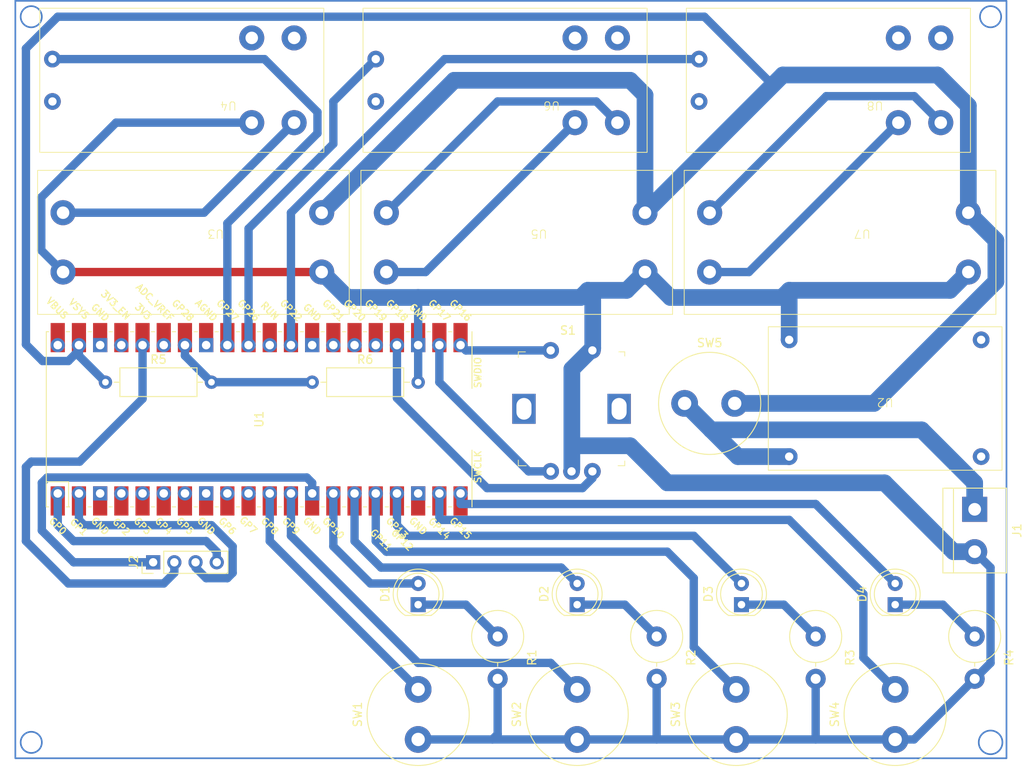
<source format=kicad_pcb>
(kicad_pcb (version 20221018) (generator pcbnew)
  (layers (0 "F.Cu" signal) (31 "B.Cu" signal) (34 "B.Paste" user) (35 "F.Paste" user) (36 "B.SilkS" user "B.Silkscreen") (37 "F.SilkS" user "F.Silkscreen") (38 "B.Mask" user) (39 "F.Mask" user) (44 "Edge.Cuts" user))
  (net 0 "")
  (net 1 "Net-(D1-K)")
  (net 2 "Net-(D2-K)")
  (net 3 "Net-(D3-K)")
  (net 4 "Net-(D4-K)")
  (net 5 "Net-(D4-A)")
  (net 6 "Net-(J1-Pin_1)")
  (net 7 "+BATT")
  (net 8 "GND")
  (net 10 "Net-(S1-CH_A)")
  (net 11 "Net-(S1-CH_B)")
  (net 12 "Net-(J2-Pin_4)")
  (net 13 "Net-(J2-Pin_3)")
  (net 14 "+3V3")
  (net 15 "Net-(U1-GPIO27_ADC1)")
  (net 25 "Net-(U1-GPIO26_ADC0)")
  (net 27 "Net-(U1-GPIO22)")
  (net 30 "Net-(U1-GPIO28_ADC2)")
  (net 36 "Net-(U3-Out+)")
  (net 40 "Net-(U5-Out-)")
  (net 41 "Net-(U5-Out+)")
  (net 45 "Net-(U7-Out-)")
  (net 46 "Net-(U7-Out+)")
  (net 51 "Net-(U1-GPIO16)")
  (net 54 "Net-(D1-A)")
  (net 55 "Net-(D2-A)")
  (net 56 "Net-(D3-A)")
  (net 57 "Net-(U1-GPIO8)")
  (net 58 "Net-(U1-GPIO12)")
  (net 59 "Net-(U1-GPIO14)")
  (net 61 "Net-(U1-GPIO9)")
  (net 62 "Net-(J2-Pin_1)")
  (footprint "MCU_RaspberryPi_and_Boards:RPi_Pico_SMD_TH" (layer "F.Cu") (at 114.3 68.58 90)
    (fp_text reference "U1" (at 0 0 90) (layer "F.SilkS"))
    (fp_text value "Pico")
    (fp_text user "GP22" (at 13.054 3.81 135) (layer "F.SilkS") (effects (font (size 0.8 0.8))))
    (fp_text user "GND" (at -12.8 6.35 135) (layer "F.SilkS") (effects (font (size 0.8 0.8))))
    (fp_text user "GP15" (at -13.054 24.13 135) (layer "F.SilkS") (effects (font (size 0.8 0.8))))
    (fp_text user "GP9" (at -12.8 3.81 135) (layer "F.SilkS") (effects (font (size 0.8 0.8))))
    (fp_text user "GP28" (at 13.054 -9.144 135) (layer "F.SilkS") (effects (font (size 0.8 0.8))))
    (fp_text user "3V3_EN" (at 13.7 -17.2 135) (layer "F.SilkS") (effects (font (size 0.8 0.8))))
    (fp_text user "VSYS" (at 13.2 -21.59 135) (layer "F.SilkS") (effects (font (size 0.8 0.8))))
    (fp_text user "GND" (at 12.8 -19.05 135) (layer "F.SilkS") (effects (font (size 0.8 0.8))))
    (fp_text user "GP14" (at -13.1 21.59 135) (layer "F.SilkS") (effects (font (size 0.8 0.8))))
    (fp_text user "GP16" (at 13.054 24.13 135) (layer "F.SilkS") (effects (font (size 0.8 0.8))))
    (fp_text user "GND" (at -12.8 19.05 135) (layer "F.SilkS") (effects (font (size 0.8 0.8))))
    (fp_text user "AGND" (at 13.054 -6.35 135) (layer "F.SilkS") (effects (font (size 0.8 0.8))))
    (fp_text user "GP7" (at -12.7 -1.3 135) (layer "F.SilkS") (effects (font (size 0.8 0.8))))
    (fp_text user "GP0" (at -12.8 -24.13 135) (layer "F.SilkS") (effects (font (size 0.8 0.8))))
    (fp_text user "SWCLK" (at -5.7 26.2 90) (layer "F.SilkS") (effects (font (size 0.8 0.8))))
    (fp_text user "GP21" (at 13.054 8.9 135) (layer "F.SilkS") (effects (font (size 0.8 0.8))))
    (fp_text user "SWDIO" (at 5.6 26.2 90) (layer "F.SilkS") (effects (font (size 0.8 0.8))))
    (fp_text user "GND" (at -12.8 -6.35 135) (layer "F.SilkS") (effects (font (size 0.8 0.8))))
    (fp_text user "GP6" (at -12.8 -3.81 135) (layer "F.SilkS") (effects (font (size 0.8 0.8))))
    (fp_text user "GP17" (at 13.054 21.59 135) (layer "F.SilkS") (effects (font (size 0.8 0.8))))
    (fp_text user "GP18" (at 13.054 16.51 135) (layer "F.SilkS") (effects (font (size 0.8 0.8))))
    (fp_text user "GP12" (at -14.47 17.145 135) (layer "F.SilkS") (effects (font (size 0.8 0.8))))
    (fp_text user "GP20" (at 13.054 11.43 135) (layer "F.SilkS") (effects (font (size 0.8 0.8))))
    (fp_text user "GP11" (at -14.47 14.605 135) (layer "F.SilkS") (effects (font (size 0.8 0.8))))
    (fp_text user "GP10" (at -13.054 8.89 135) (layer "F.SilkS") (effects (font (size 0.8 0.8))))
    (fp_text user "ADC_VREF" (at 14 -12.5 135) (layer "F.SilkS") (effects (font (size 0.8 0.8))))
    (fp_text user "GP4" (at -12.8 -11.43 135) (layer "F.SilkS") (effects (font (size 0.8 0.8))))
    (fp_text user "GP13" (at -13.054 16.51 135) (layer "F.SilkS") (effects (font (size 0.8 0.8))))
    (fp_text user "GP19" (at 13.054 13.97 135) (layer "F.SilkS") (effects (font (size 0.8 0.8))))
    (fp_text user "GP5" (at -12.8 -8.89 135) (layer "F.SilkS") (effects (font (size 0.8 0.8))))
    (fp_text user "GP2" (at -12.9 -16.51 135) (layer "F.SilkS") (effects (font (size 0.8 0.8))))
    (fp_text user "GP3" (at -12.8 -13.97 135) (layer "F.SilkS") (effects (font (size 0.8 0.8))))
    (fp_text user "GP27" (at 13.054 -3.8 135) (layer "F.SilkS") (effects (font (size 0.8 0.8))))
    (fp_text user "GND" (at 12.8 6.35 135) (layer "F.SilkS") (effects (font (size 0.8 0.8))))
    (fp_text user "VBUS" (at 13.3 -24.2 135) (layer "F.SilkS") (effects (font (size 0.8 0.8))))
    (fp_text user "GND" (at 12.8 19.05 135) (layer "F.SilkS") (effects (font (size 0.8 0.8))))
    (fp_text user "GP26" (at 13.054 -1.27 135) (layer "F.SilkS") (effects (font (size 0.8 0.8))))
    (fp_text user "GND" (at -12.8 -19.05 135) (layer "F.SilkS") (effects (font (size 0.8 0.8))))
    (fp_text user "RUN" (at 13 1.27 135) (layer "F.SilkS") (effects (font (size 0.8 0.8))))
    (fp_text user "GP1" (at -12.9 -21.6 135) (layer "F.SilkS") (effects (font (size 0.8 0.8))))
    (fp_text user "GP8" (at -12.8 1.27 135) (layer "F.SilkS") (effects (font (size 0.8 0.8))))
    (fp_text user "3V3" (at 12.9 -13.9 135) (layer "F.SilkS") (effects (font (size 0.8 0.8))))
    (pad "" np_thru_hole oval (at -2.725 -24 90) (size 1.8 1.8) (drill 1.8) (layers "*.Cu" "*.Mask"))
    (pad "" np_thru_hole oval (at -2.425 -20.97 90) (size 1.5 1.5) (drill 1.5) (layers "*.Cu" "*.Mask"))
    (pad "" np_thru_hole oval (at 2.425 -20.97 90) (size 1.5 1.5) (drill 1.5) (layers "*.Cu" "*.Mask"))
    (pad "" np_thru_hole oval (at 2.725 -24 90) (size 1.8 1.8) (drill 1.8) (layers "*.Cu" "*.Mask"))
    (pad "1" thru_hole oval (at -8.89 -24.13 90) (size 1.7 1.7) (drill 1.02) (layers "*.Cu" "*.Mask") (net 12 "Net-(J2-Pin_4)"))
    (pad "1" smd rect (at -8.89 -24.13 90) (size 3.5 1.7) (drill (offset -0.9 0)) (layers "F.Cu" "F.Mask") (net 12 "Net-(J2-Pin_4)"))
    (pad "2" thru_hole oval (at -8.89 -21.59 90) (size 1.7 1.7) (drill 1.02) (layers "*.Cu" "*.Mask") (net 13 "Net-(J2-Pin_3)"))
    (pad "2" smd rect (at -8.89 -21.59 90) (size 3.5 1.7) (drill (offset -0.9 0)) (layers "F.Cu" "F.Mask") (net 13 "Net-(J2-Pin_3)"))
    (pad "3" thru_hole rect (at -8.89 -19.05 90) (size 1.7 1.7) (drill 1.02) (layers "*.Cu" "*.Mask"))
    (pad "3" smd rect (at -8.89 -19.05 90) (size 3.5 1.7) (drill (offset -0.9 0)) (layers "F.Cu" "F.Mask"))
    (pad "4" thru_hole oval (at -8.89 -16.51 90) (size 1.7 1.7) (drill 1.02) (layers "*.Cu" "*.Mask"))
    (pad "4" smd rect (at -8.89 -16.51 90) (size 3.5 1.7) (drill (offset -0.9 0)) (layers "F.Cu" "F.Mask"))
    (pad "5" thru_hole oval (at -8.89 -13.97 90) (size 1.7 1.7) (drill 1.02) (layers "*.Cu" "*.Mask"))
    (pad "5" smd rect (at -8.89 -13.97 90) (size 3.5 1.7) (drill (offset -0.9 0)) (layers "F.Cu" "F.Mask"))
    (pad "6" thru_hole oval (at -8.89 -11.43 90) (size 1.7 1.7) (drill 1.02) (layers "*.Cu" "*.Mask"))
    (pad "6" smd rect (at -8.89 -11.43 90) (size 3.5 1.7) (drill (offset -0.9 0)) (layers "F.Cu" "F.Mask"))
    (pad "7" thru_hole oval (at -8.89 -8.89 90) (size 1.7 1.7) (drill 1.02) (layers "*.Cu" "*.Mask"))
    (pad "7" smd rect (at -8.89 -8.89 90) (size 3.5 1.7) (drill (offset -0.9 0)) (layers "F.Cu" "F.Mask"))
    (pad "8" thru_hole rect (at -8.89 -6.35 90) (size 1.7 1.7) (drill 1.02) (layers "*.Cu" "*.Mask"))
    (pad "8" smd rect (at -8.89 -6.35 90) (size 3.5 1.7) (drill (offset -0.9 0)) (layers "F.Cu" "F.Mask"))
    (pad "9" thru_hole oval (at -8.89 -3.81 90) (size 1.7 1.7) (drill 1.02) (layers "*.Cu" "*.Mask"))
    (pad "9" smd rect (at -8.89 -3.81 90) (size 3.5 1.7) (drill (offset -0.9 0)) (layers "F.Cu" "F.Mask"))
    (pad "10" thru_hole oval (at -8.89 -1.27 90) (size 1.7 1.7) (drill 1.02) (layers "*.Cu" "*.Mask"))
    (pad "10" smd rect (at -8.89 -1.27 90) (size 3.5 1.7) (drill (offset -0.9 0)) (layers "F.Cu" "F.Mask"))
    (pad "11" thru_hole oval (at -8.89 1.27 90) (size 1.7 1.7) (drill 1.02) (layers "*.Cu" "*.Mask") (net 57 "Net-(U1-GPIO8)"))
    (pad "11" smd rect (at -8.89 1.27 90) (size 3.5 1.7) (drill (offset -0.9 0)) (layers "F.Cu" "F.Mask") (net 57 "Net-(U1-GPIO8)"))
    (pad "12" thru_hole oval (at -8.89 3.81 90) (size 1.7 1.7) (drill 1.02) (layers "*.Cu" "*.Mask") (net 61 "Net-(U1-GPIO9)"))
    (pad "12" smd rect (at -8.89 3.81 90) (size 3.5 1.7) (drill (offset -0.9 0)) (layers "F.Cu" "F.Mask") (net 61 "Net-(U1-GPIO9)"))
    (pad "13" thru_hole rect (at -8.89 6.35 90) (size 1.7 1.7) (drill 1.02) (layers "*.Cu" "*.Mask") (net 62 "Net-(J2-Pin_1)"))
    (pad "13" smd rect (at -8.89 6.35 90) (size 3.5 1.7) (drill (offset -0.9 0)) (layers "F.Cu" "F.Mask") (net 62 "Net-(J2-Pin_1)"))
    (pad "14" thru_hole oval (at -8.89 8.89 90) (size 1.7 1.7) (drill 1.02) (layers "*.Cu" "*.Mask") (net 54 "Net-(D1-A)"))
    (pad "14" smd rect (at -8.89 8.89 90) (size 3.5 1.7) (drill (offset -0.9 0)) (layers "F.Cu" "F.Mask") (net 54 "Net-(D1-A)"))
    (pad "15" thru_hole oval (at -8.89 11.43 90) (size 1.7 1.7) (drill 1.02) (layers "*.Cu" "*.Mask") (net 55 "Net-(D2-A)"))
    (pad "15" smd rect (at -8.89 11.43 90) (size 3.5 1.7) (drill (offset -0.9 0)) (layers "F.Cu" "F.Mask") (net 55 "Net-(D2-A)"))
    (pad "16" thru_hole oval (at -8.89 13.97 90) (size 1.7 1.7) (drill 1.02) (layers "*.Cu" "*.Mask") (net 58 "Net-(U1-GPIO12)"))
    (pad "16" smd rect (at -8.89 13.97 90) (size 3.5 1.7) (drill (offset -0.9 0)) (layers "F.Cu" "F.Mask") (net 58 "Net-(U1-GPIO12)"))
    (pad "17" thru_hole oval (at -8.89 16.51 90) (size 1.7 1.7) (drill 1.02) (layers "*.Cu" "*.Mask") (net 56 "Net-(D3-A)"))
    (pad "17" smd rect (at -8.89 16.51 90) (size 3.5 1.7) (drill (offset -0.9 0)) (layers "F.Cu" "F.Mask") (net 56 "Net-(D3-A)"))
    (pad "18" thru_hole rect (at -8.89 19.05 90) (size 1.7 1.7) (drill 1.02) (layers "*.Cu" "*.Mask"))
    (pad "18" smd rect (at -8.89 19.05 90) (size 3.5 1.7) (drill (offset -0.9 0)) (layers "F.Cu" "F.Mask"))
    (pad "19" thru_hole oval (at -8.89 21.59 90) (size 1.7 1.7) (drill 1.02) (layers "*.Cu" "*.Mask") (net 59 "Net-(U1-GPIO14)"))
    (pad "19" smd rect (at -8.89 21.59 90) (size 3.5 1.7) (drill (offset -0.9 0)) (layers "F.Cu" "F.Mask") (net 59 "Net-(U1-GPIO14)"))
    (pad "20" thru_hole oval (at -8.89 24.13 90) (size 1.7 1.7) (drill 1.02) (layers "*.Cu" "*.Mask") (net 5 "Net-(D4-A)"))
    (pad "20" smd rect (at -8.89 24.13 90) (size 3.5 1.7) (drill (offset -0.9 0)) (layers "F.Cu" "F.Mask") (net 5 "Net-(D4-A)"))
    (pad "21" thru_hole oval (at 8.89 24.13 90) (size 1.7 1.7) (drill 1.02) (layers "*.Cu" "*.Mask") (net 51 "Net-(U1-GPIO16)"))
    (pad "21" smd rect (at 8.89 24.13 90) (size 3.5 1.7) (drill (offset 0.9 0)) (layers "F.Cu" "F.Mask") (net 51 "Net-(U1-GPIO16)"))
    (pad "22" thru_hole oval (at 8.89 21.59 90) (size 1.7 1.7) (drill 1.02) (layers "*.Cu" "*.Mask") (net 10 "Net-(S1-CH_A)"))
    (pad "22" smd rect (at 8.89 21.59 90) (size 3.5 1.7) (drill (offset 0.9 0)) (layers "F.Cu" "F.Mask") (net 10 "Net-(S1-CH_A)"))
    (pad "23" thru_hole rect (at 8.89 19.05 90) (size 1.7 1.7) (drill 1.02) (layers "*.Cu" "*.Mask") (net 8 "GND"))
    (pad "23" smd rect (at 8.89 19.05 90) (size 3.5 1.7) (drill (offset 0.9 0)) (layers "F.Cu" "F.Mask") (net 8 "GND"))
    (pad "24" thru_hole oval (at 8.89 16.51 90) (size 1.7 1.7) (drill 1.02) (layers "*.Cu" "*.Mask") (net 11 "Net-(S1-CH_B)"))
    (pad "24" smd rect (at 8.89 16.51 90) (size 3.5 1.7) (drill (offset 0.9 0)) (layers "F.Cu" "F.Mask") (net 11 "Net-(S1-CH_B)"))
    (pad "25" thru_hole oval (at 8.89 13.97 90) (size 1.7 1.7) (drill 1.02) (layers "*.Cu" "*.Mask"))
    (pad "25" smd rect (at 8.89 13.97 90) (size 3.5 1.7) (drill (offset 0.9 0)) (layers "F.Cu" "F.Mask"))
    (pad "26" thru_hole oval (at 8.89 11.43 90) (size 1.7 1.7) (drill 1.02) (layers "*.Cu" "*.Mask"))
    (pad "26" smd rect (at 8.89 11.43 90) (size 3.5 1.7) (drill (offset 0.9 0)) (layers "F.Cu" "F.Mask"))
    (pad "27" thru_hole oval (at 8.89 8.89 90) (size 1.7 1.7) (drill 1.02) (layers "*.Cu" "*.Mask"))
    (pad "27" smd rect (at 8.89 8.89 90) (size 3.5 1.7) (drill (offset 0.9 0)) (layers "F.Cu" "F.Mask"))
    (pad "28" thru_hole rect (at 8.89 6.35 90) (size 1.7 1.7) (drill 1.02) (layers "*.Cu" "*.Mask"))
    (pad "28" smd rect (at 8.89 6.35 90) (size 3.5 1.7) (drill (offset 0.9 0)) (layers "F.Cu" "F.Mask"))
    (pad "29" thru_hole oval (at 8.89 3.81 90) (size 1.7 1.7) (drill 1.02) (layers "*.Cu" "*.Mask") (net 27 "Net-(U1-GPIO22)"))
    (pad "29" smd rect (at 8.89 3.81 90) (size 3.5 1.7) (drill (offset 0.9 0)) (layers "F.Cu" "F.Mask") (net 27 "Net-(U1-GPIO22)"))
    (pad "30" thru_hole oval (at 8.89 1.27 90) (size 1.7 1.7) (drill 1.02) (layers "*.Cu" "*.Mask"))
    (pad "30" smd rect (at 8.89 1.27 90) (size 3.5 1.7) (drill (offset 0.9 0)) (layers "F.Cu" "F.Mask"))
    (pad "31" thru_hole oval (at 8.89 -1.27 90) (size 1.7 1.7) (drill 1.02) (layers "*.Cu" "*.Mask") (net 25 "Net-(U1-GPIO26_ADC0)"))
    (pad "31" smd rect (at 8.89 -1.27 90) (size 3.5 1.7) (drill (offset 0.9 0)) (layers "F.Cu" "F.Mask") (net 25 "Net-(U1-GPIO26_ADC0)"))
    (pad "32" thru_hole oval (at 8.89 -3.81 90) (size 1.7 1.7) (drill 1.02) (layers "*.Cu" "*.Mask") (net 15 "Net-(U1-GPIO27_ADC1)"))
    (pad "32" smd rect (at 8.89 -3.81 90) (size 3.5 1.7) (drill (offset 0.9 0)) (layers "F.Cu" "F.Mask") (net 15 "Net-(U1-GPIO27_ADC1)"))
    (pad "33" thru_hole rect (at 8.89 -6.35 90) (size 1.7 1.7) (drill 1.02) (layers "*.Cu" "*.Mask"))
    (pad "33" smd rect (at 8.89 -6.35 90) (size 3.5 1.7) (drill (offset 0.9 0)) (layers "F.Cu" "F.Mask"))
    (pad "34" thru_hole oval (at 8.89 -8.89 90) (size 1.7 1.7) (drill 1.02) (layers "*.Cu" "*.Mask") (net 30 "Net-(U1-GPIO28_ADC2)"))
    (pad "34" smd rect (at 8.89 -8.89 90) (size 3.5 1.7) (drill (offset 0.9 0)) (layers "F.Cu" "F.Mask") (net 30 "Net-(U1-GPIO28_ADC2)"))
    (pad "35" thru_hole oval (at 8.89 -11.43 90) (size 1.7 1.7) (drill 1.02) (layers "*.Cu" "*.Mask"))
    (pad "35" smd rect (at 8.89 -11.43 90) (size 3.5 1.7) (drill (offset 0.9 0)) (layers "F.Cu" "F.Mask"))
    (pad "36" thru_hole oval (at 8.89 -13.97 90) (size 1.7 1.7) (drill 1.02) (layers "*.Cu" "*.Mask") (net 14 "+3V3"))
    (pad "36" smd rect (at 8.89 -13.97 90) (size 3.5 1.7) (drill (offset 0.9 0)) (layers "F.Cu" "F.Mask") (net 14 "+3V3"))
    (pad "37" thru_hole oval (at 8.89 -16.51 90) (size 1.7 1.7) (drill 1.02) (layers "*.Cu" "*.Mask"))
    (pad "37" smd rect (at 8.89 -16.51 90) (size 3.5 1.7) (drill (offset 0.9 0)) (layers "F.Cu" "F.Mask"))
    (pad "38" thru_hole rect (at 8.89 -19.05 90) (size 1.7 1.7) (drill 1.02) (layers "*.Cu" "*.Mask"))
    (pad "38" smd rect (at 8.89 -19.05 90) (size 3.5 1.7) (drill (offset 0.9 0)) (layers "F.Cu" "F.Mask"))
    (pad "39" thru_hole oval (at 8.89 -21.59 90) (size 1.7 1.7) (drill 1.02) (layers "*.Cu" "*.Mask") (net 7 "+BATT"))
    (pad "39" smd rect (at 8.89 -21.59 90) (size 3.5 1.7) (drill (offset 0.9 0)) (layers "F.Cu" "F.Mask") (net 7 "+BATT"))
    (pad "40" thru_hole oval (at 8.89 -24.13 90) (size 1.7 1.7) (drill 1.02) (layers "*.Cu" "*.Mask"))
    (pad "40" smd rect (at 8.89 -24.13 90) (size 3.5 1.7) (drill (offset 0.9 0)) (layers "F.Cu" "F.Mask"))
  )
  (footprint "LED_THT:LED_D5.0mm" (layer "F.Cu") (at 172.085 90.805 90)
    (fp_text reference "D3" (at 1.27 -3.96 90) (layer "F.SilkS"))
    (fp_text value "LED3")
    (pad "1" thru_hole rect (at 0 0 90) (size 1.8 1.8) (drill 0.9) (layers "*.Cu" "*.Mask") (net 3 "Net-(D3-K)"))
    (pad "2" thru_hole circle (at 2.54 0 90) (size 1.8 1.8) (drill 0.9) (layers "*.Cu" "*.Mask") (net 56 "Net-(D3-A)"))
  )
  (footprint "Inductor_THT:L_Radial_D12.0mm_P6.00mm_MuRATA_1900R" (layer "F.Cu") (at 152.4 106.965 90)
    (fp_text reference "SW2" (at 3 -7.25 90) (layer "F.SilkS"))
    (fp_text value "BUTTON2")
    (pad "1" thru_hole circle (at 0 0 90) (size 3.2 3.2) (drill 1.6) (layers "*.Cu" "*.Mask") (net 8 "GND"))
    (pad "2" thru_hole circle (at 6 0 90) (size 3.2 3.2) (drill 1.6) (layers "*.Cu" "*.Mask") (net 61 "Net-(U1-GPIO9)"))
  )
  (footprint "Resistor_THT:R_Axial_DIN0617_L17.0mm_D6.0mm_P5.08mm_Vertical" (layer "F.Cu") (at 200.025 94.615 -90)
    (fp_text reference "R4" (at 2.54 -4.12 90) (layer "F.SilkS"))
    (fp_text value "R")
    (pad "1" thru_hole circle (at 0 0 270) (size 2.4 2.4) (drill 1.2) (layers "*.Cu" "*.Mask") (net 4 "Net-(D4-K)"))
    (pad "2" thru_hole oval (at 5.08 0 270) (size 2.4 2.4) (drill 1.2) (layers "*.Cu" "*.Mask") (net 8 "GND"))
  )
  (footprint "Connector_PinHeader_2.54mm:PinHeader_1x04_P2.54mm_Vertical" (layer "F.Cu") (at 101.6 85.725 90)
    (fp_text reference "J2" (at 0 -2.33 90) (layer "F.SilkS"))
    (fp_text value "Conn_01x04_Female")
    (pad "1" thru_hole rect (at 0 0 90) (size 1.7 1.7) (drill 1) (layers "*.Cu" "*.Mask") (net 62 "Net-(J2-Pin_1)"))
    (pad "2" thru_hole oval (at 0 2.54 90) (size 1.7 1.7) (drill 1) (layers "*.Cu" "*.Mask") (net 14 "+3V3"))
    (pad "3" thru_hole oval (at 0 5.08 90) (size 1.7 1.7) (drill 1) (layers "*.Cu" "*.Mask") (net 13 "Net-(J2-Pin_3)"))
    (pad "4" thru_hole oval (at 0 7.62 90) (size 1.7 1.7) (drill 1) (layers "*.Cu" "*.Mask") (net 12 "Net-(J2-Pin_4)"))
  )
  (footprint "Resistor_THT:R_Axial_DIN0617_L17.0mm_D6.0mm_P5.08mm_Vertical" (layer "F.Cu") (at 142.875 94.615 -90)
    (fp_text reference "R1" (at 2.54 -4.12 90) (layer "F.SilkS"))
    (fp_text value "R")
    (pad "1" thru_hole circle (at 0 0 270) (size 2.4 2.4) (drill 1.2) (layers "*.Cu" "*.Mask") (net 1 "Net-(D1-K)"))
    (pad "2" thru_hole oval (at 5.08 0 270) (size 2.4 2.4) (drill 1.2) (layers "*.Cu" "*.Mask") (net 8 "GND"))
  )
  (footprint "chinese_modules:charger" (layer "F.Cu") (at 189.3 66.055 180)
    (fp_text reference "U2" (at 0 -0.5 180 unlocked) (layer "F.SilkS") (effects (font (thickness 0.1))))
    (fp_text value "~")
    (pad "1" thru_hole circle (at -11.5 -7 180) (size 2 2) (drill 1) (layers "*.Cu" "*.Mask"))
    (pad "2" thru_hole circle (at -11.5 7 180) (size 2 2) (drill 1) (layers "*.Cu" "*.Mask"))
    (pad "3" thru_hole circle (at 11.5 -7 180) (size 2 2) (drill 1) (layers "*.Cu" "*.Mask") (net 6 "Net-(J1-Pin_1)"))
    (pad "4" thru_hole circle (at 11.5 7 180) (size 2 2) (drill 1) (layers "*.Cu" "*.Mask") (net 8 "GND"))
  )
  (footprint "digikey-footprints:Rotary_Encoder_Switched_PEC11R" (layer "F.Cu") (at 146.025 67.325)
    (fp_text reference "S1" (at 5.275 -9.4) (layer "F.SilkS"))
    (fp_text value "ENCODER")
    (pad "1" thru_hole circle (at 3.2 -7) (size 2 2) (drill 1) (layers "*.Cu" "*.Mask") (net 51 "Net-(U1-GPIO16)"))
    (pad "2" thru_hole circle (at 8.2 -7) (size 2 2) (drill 1) (layers "*.Cu" "*.Mask") (net 8 "GND"))
    (pad "3" thru_hole rect (at 0 0) (size 2.8 3.6) (drill oval 1.8 2.6) (layers "*.Cu" "*.Mask"))
    (pad "3" thru_hole rect (at 11.4 0) (size 2.8 3.6) (drill oval 1.8 2.6) (layers "*.Cu" "*.Mask"))
    (pad "A" thru_hole circle (at 3.2 7.5) (size 2 2) (drill 1) (layers "*.Cu" "*.Mask") (net 10 "Net-(S1-CH_A)"))
    (pad "B" thru_hole circle (at 8.2 7.5) (size 2 2) (drill 1) (layers "*.Cu" "*.Mask") (net 11 "Net-(S1-CH_B)"))
    (pad "C" thru_hole circle (at 5.7 7.5) (size 2 2) (drill 1) (layers "*.Cu" "*.Mask") (net 8 "GND"))
  )
  (footprint "chinese_modules:dc-dc module" (layer "F.Cu") (at 186.563 45.847 180)
    (fp_text reference "U7" (at 0 -0.5 180 unlocked) (layer "F.SilkS") (effects (font (thickness 0.1))))
    (fp_text value "~")
    (pad "1" thru_hole circle (at -12.7 -5.08 180) (size 3 3) (drill 1.5) (layers "*.Cu" "*.Mask") (net 8 "GND"))
    (pad "2" thru_hole circle (at -12.7 2.032 180) (size 3 3) (drill 1.5) (layers "*.Cu" "*.Mask") (net 7 "+BATT"))
    (pad "3" thru_hole circle (at 18.288 -5.08 180) (size 3 3) (drill 1.5) (layers "*.Cu" "*.Mask") (net 45 "Net-(U7-Out-)"))
    (pad "4" thru_hole circle (at 18.288 2.032 180) (size 3 3) (drill 1.5) (layers "*.Cu" "*.Mask") (net 46 "Net-(U7-Out+)"))
  )
  (footprint "Inductor_THT:L_Radial_D12.0mm_P6.00mm_MuRATA_1900R" (layer "F.Cu") (at 165.275 66.675)
    (fp_text reference "SW5" (at 3 -7.25) (layer "F.SilkS"))
    (fp_text value "POWER_SW")
    (pad "1" thru_hole circle (at 0 0) (size 3.2 3.2) (drill 1.6) (layers "*.Cu" "*.Mask") (net 6 "Net-(J1-Pin_1)"))
    (pad "2" thru_hole circle (at 6 0) (size 3.2 3.2) (drill 1.6) (layers "*.Cu" "*.Mask") (net 7 "+BATT"))
  )
  (footprint "chinese_modules:xy-mos" (layer "F.Cu") (at 199.517 19.304 180)
    (fp_text reference "U8" (at 11.43 -11.676 180 unlocked) (layer "F.SilkS") (effects (font (thickness 0.1))))
    (fp_text value "~")
    (pad "1" thru_hole circle (at 3.556 -13.716 180) (size 3 3) (drill 1.5) (layers "*.Cu" "*.Mask") (net 46 "Net-(U7-Out+)"))
    (pad "2" thru_hole circle (at 8.636 -13.716 180) (size 3 3) (drill 1.5) (layers "*.Cu" "*.Mask") (net 45 "Net-(U7-Out-)"))
    (pad "3" thru_hole circle (at 3.556 -3.556 180) (size 3 3) (drill 1.5) (layers "*.Cu" "*.Mask"))
    (pad "4" thru_hole circle (at 8.636 -3.556 180) (size 3 3) (drill 1.5) (layers "*.Cu" "*.Mask"))
    (pad "5" thru_hole circle (at 32.512 -11.176 180) (size 2 2) (drill 1) (layers "*.Cu" "*.Mask"))
    (pad "6" thru_hole circle (at 32.512 -6.096 180) (size 2 2) (drill 1) (layers "*.Cu" "*.Mask") (net 27 "Net-(U1-GPIO22)"))
  )
  (footprint "TerminalBlock:TerminalBlock_bornier-2_P5.08mm" (layer "F.Cu") (at 200.025 79.375 -90)
    (fp_text reference "J1" (at 2.54 -5.08 90) (layer "F.SilkS"))
    (fp_text value "BATTERY")
    (pad "1" thru_hole rect (at 0 0 270) (size 3 3) (drill 1.52) (layers "*.Cu" "*.Mask") (net 6 "Net-(J1-Pin_1)"))
    (pad "2" thru_hole circle (at 5.08 0 270) (size 3 3) (drill 1.52) (layers "*.Cu" "*.Mask") (net 8 "GND"))
  )
  (footprint "chinese_modules:xy-mos" (layer "F.Cu") (at 160.782 19.304 180)
    (fp_text reference "U6" (at 11.43 -11.676 180 unlocked) (layer "F.SilkS") (effects (font (thickness 0.1))))
    (fp_text value "~")
    (pad "1" thru_hole circle (at 3.556 -13.716 180) (size 3 3) (drill 1.5) (layers "*.Cu" "*.Mask") (net 41 "Net-(U5-Out+)"))
    (pad "2" thru_hole circle (at 8.636 -13.716 180) (size 3 3) (drill 1.5) (layers "*.Cu" "*.Mask") (net 40 "Net-(U5-Out-)"))
    (pad "3" thru_hole circle (at 3.556 -3.556 180) (size 3 3) (drill 1.5) (layers "*.Cu" "*.Mask"))
    (pad "4" thru_hole circle (at 8.636 -3.556 180) (size 3 3) (drill 1.5) (layers "*.Cu" "*.Mask"))
    (pad "5" thru_hole circle (at 32.512 -11.176 180) (size 2 2) (drill 1) (layers "*.Cu" "*.Mask"))
    (pad "6" thru_hole circle (at 32.512 -6.096 180) (size 2 2) (drill 1) (layers "*.Cu" "*.Mask") (net 25 "Net-(U1-GPIO26_ADC0)"))
  )
  (footprint "Inductor_THT:L_Radial_D12.0mm_P6.00mm_MuRATA_1900R" (layer "F.Cu") (at 133.35 106.965 90)
    (fp_text reference "SW1" (at 3 -7.25 90) (layer "F.SilkS"))
    (fp_text value "BUTTON1")
    (pad "1" thru_hole circle (at 0 0 90) (size 3.2 3.2) (drill 1.6) (layers "*.Cu" "*.Mask") (net 8 "GND"))
    (pad "2" thru_hole circle (at 6 0 90) (size 3.2 3.2) (drill 1.6) (layers "*.Cu" "*.Mask") (net 57 "Net-(U1-GPIO8)"))
  )
  (footprint "LED_THT:LED_D5.0mm" (layer "F.Cu") (at 133.35 90.805 90)
    (fp_text reference "D1" (at 1.27 -3.96 90) (layer "F.SilkS"))
    (fp_text value "LED1")
    (pad "1" thru_hole rect (at 0 0 90) (size 1.8 1.8) (drill 0.9) (layers "*.Cu" "*.Mask") (net 1 "Net-(D1-K)"))
    (pad "2" thru_hole circle (at 2.54 0 90) (size 1.8 1.8) (drill 0.9) (layers "*.Cu" "*.Mask") (net 54 "Net-(D1-A)"))
  )
  (footprint "LED_THT:LED_D5.0mm" (layer "F.Cu") (at 190.5 90.805 90)
    (fp_text reference "D4" (at 1.27 -3.96 90) (layer "F.SilkS"))
    (fp_text value "LED4")
    (pad "1" thru_hole rect (at 0 0 90) (size 1.8 1.8) (drill 0.9) (layers "*.Cu" "*.Mask") (net 4 "Net-(D4-K)"))
    (pad "2" thru_hole circle (at 2.54 0 90) (size 1.8 1.8) (drill 0.9) (layers "*.Cu" "*.Mask") (net 5 "Net-(D4-A)"))
  )
  (footprint "Resistor_THT:R_Axial_DIN0617_L17.0mm_D6.0mm_P5.08mm_Vertical" (layer "F.Cu") (at 180.975 94.615 -90)
    (fp_text reference "R3" (at 2.54 -4.12 90) (layer "F.SilkS"))
    (fp_text value "R")
    (pad "1" thru_hole circle (at 0 0 270) (size 2.4 2.4) (drill 1.2) (layers "*.Cu" "*.Mask") (net 3 "Net-(D3-K)"))
    (pad "2" thru_hole oval (at 5.08 0 270) (size 2.4 2.4) (drill 1.2) (layers "*.Cu" "*.Mask") (net 8 "GND"))
  )
  (footprint "Resistor_THT:R_Axial_DIN0309_L9.0mm_D3.2mm_P12.70mm_Horizontal" (layer "F.Cu") (at 120.65 64.135)
    (fp_text reference "R6" (at 6.35 -2.72) (layer "F.SilkS"))
    (fp_text value "R")
    (pad "1" thru_hole circle (at 0 0) (size 1.6 1.6) (drill 0.8) (layers "*.Cu" "*.Mask") (net 30 "Net-(U1-GPIO28_ADC2)"))
    (pad "2" thru_hole oval (at 12.7 0) (size 1.6 1.6) (drill 0.8) (layers "*.Cu" "*.Mask") (net 8 "GND"))
  )
  (footprint "LED_THT:LED_D5.0mm" (layer "F.Cu") (at 152.4 90.805 90)
    (fp_text reference "D2" (at 1.27 -3.96 90) (layer "F.SilkS"))
    (fp_text value "LED2")
    (pad "1" thru_hole rect (at 0 0 90) (size 1.8 1.8) (drill 0.9) (layers "*.Cu" "*.Mask") (net 2 "Net-(D2-K)"))
    (pad "2" thru_hole circle (at 2.54 0 90) (size 1.8 1.8) (drill 0.9) (layers "*.Cu" "*.Mask") (net 55 "Net-(D2-A)"))
  )
  (footprint "Inductor_THT:L_Radial_D12.0mm_P6.00mm_MuRATA_1900R" (layer "F.Cu") (at 171.45 106.965 90)
    (fp_text reference "SW3" (at 3 -7.25 90) (layer "F.SilkS"))
    (fp_text value "BUTTON3")
    (pad "1" thru_hole circle (at 0 0 90) (size 3.2 3.2) (drill 1.6) (layers "*.Cu" "*.Mask") (net 8 "GND"))
    (pad "2" thru_hole circle (at 6 0 90) (size 3.2 3.2) (drill 1.6) (layers "*.Cu" "*.Mask") (net 58 "Net-(U1-GPIO12)"))
  )
  (footprint "Resistor_THT:R_Axial_DIN0617_L17.0mm_D6.0mm_P5.08mm_Vertical" (layer "F.Cu") (at 161.925 94.615 -90)
    (fp_text reference "R2" (at 2.54 -4.12 90) (layer "F.SilkS"))
    (fp_text value "R")
    (pad "1" thru_hole circle (at 0 0 270) (size 2.4 2.4) (drill 1.2) (layers "*.Cu" "*.Mask") (net 2 "Net-(D2-K)"))
    (pad "2" thru_hole oval (at 5.08 0 270) (size 2.4 2.4) (drill 1.2) (layers "*.Cu" "*.Mask") (net 8 "GND"))
  )
  (footprint "chinese_modules:dc-dc module" (layer "F.Cu") (at 147.828 45.847 180)
    (fp_text reference "U5" (at 0 -0.5 180 unlocked) (layer "F.SilkS") (effects (font (thickness 0.1))))
    (fp_text value "~")
    (pad "1" thru_hole circle (at -12.7 -5.08 180) (size 3 3) (drill 1.5) (layers "*.Cu" "*.Mask") (net 8 "GND"))
    (pad "2" thru_hole circle (at -12.7 2.032 180) (size 3 3) (drill 1.5) (layers "*.Cu" "*.Mask") (net 7 "+BATT"))
    (pad "3" thru_hole circle (at 18.288 -5.08 180) (size 3 3) (drill 1.5) (layers "*.Cu" "*.Mask") (net 40 "Net-(U5-Out-)"))
    (pad "4" thru_hole circle (at 18.288 2.032 180) (size 3 3) (drill 1.5) (layers "*.Cu" "*.Mask") (net 41 "Net-(U5-Out+)"))
  )
  (footprint "chinese_modules:xy-mos" (layer "F.Cu") (at 122.047 19.304 180)
    (fp_text reference "U4" (at 11.43 -11.676 180 unlocked) (layer "F.SilkS") (effects (font (thickness 0.1))))
    (fp_text value "~")
    (pad "1" thru_hole circle (at 3.556 -13.716 180) (size 3 3) (drill 1.5) (layers "*.Cu" "*.Mask") (net 36 "Net-(U3-Out+)"))
    (pad "2" thru_hole circle (at 8.636 -13.716 180) (size 3 3) (drill 1.5) (layers "*.Cu" "*.Mask") (net 8 "GND"))
    (pad "3" thru_hole circle (at 3.556 -3.556 180) (size 3 3) (drill 1.5) (layers "*.Cu" "*.Mask"))
    (pad "4" thru_hole circle (at 8.636 -3.556 180) (size 3 3) (drill 1.5) (layers "*.Cu" "*.Mask"))
    (pad "5" thru_hole circle (at 32.512 -11.176 180) (size 2 2) (drill 1) (layers "*.Cu" "*.Mask"))
    (pad "6" thru_hole circle (at 32.512 -6.096 180) (size 2 2) (drill 1) (layers "*.Cu" "*.Mask") (net 15 "Net-(U1-GPIO27_ADC1)"))
  )
  (footprint "Inductor_THT:L_Radial_D12.0mm_P6.00mm_MuRATA_1900R" (layer "F.Cu") (at 190.5 106.965 90)
    (fp_text reference "SW4" (at 3 -7.25 90) (layer "F.SilkS"))
    (fp_text value "BUTTON4")
    (pad "1" thru_hole circle (at 0 0 90) (size 3.2 3.2) (drill 1.6) (layers "*.Cu" "*.Mask") (net 8 "GND"))
    (pad "2" thru_hole circle (at 6 0 90) (size 3.2 3.2) (drill 1.6) (layers "*.Cu" "*.Mask") (net 59 "Net-(U1-GPIO14)"))
  )
  (footprint "Resistor_THT:R_Axial_DIN0309_L9.0mm_D3.2mm_P12.70mm_Horizontal" (layer "F.Cu") (at 95.885 64.135)
    (fp_text reference "R5" (at 6.35 -2.72) (layer "F.SilkS"))
    (fp_text value "R")
    (pad "1" thru_hole circle (at 0 0) (size 1.6 1.6) (drill 0.8) (layers "*.Cu" "*.Mask") (net 7 "+BATT"))
    (pad "2" thru_hole oval (at 12.7 0) (size 1.6 1.6) (drill 0.8) (layers "*.Cu" "*.Mask") (net 30 "Net-(U1-GPIO28_ADC2)"))
  )
  (footprint "chinese_modules:dc-dc module" (layer "F.Cu") (at 109.093 45.847 180)
    (fp_text reference "U3" (at 0 -0.5 180 unlocked) (layer "F.SilkS") (effects (font (thickness 0.1))))
    (fp_text value "~")
    (pad "1" thru_hole circle (at -12.7 -5.08 180) (size 3 3) (drill 1.5) (layers "*.Cu" "*.Mask") (net 8 "GND"))
    (pad "2" thru_hole circle (at -12.7 2.032 180) (size 3 3) (drill 1.5) (layers "*.Cu" "*.Mask") (net 7 "+BATT"))
    (pad "3" thru_hole circle (at 18.288 -5.08 180) (size 3 3) (drill 1.5) (layers "*.Cu" "*.Mask") (net 8 "GND"))
    (pad "4" thru_hole circle (at 18.288 2.032 180) (size 3 3) (drill 1.5) (layers "*.Cu" "*.Mask") (net 36 "Net-(U3-Out+)"))
  )
  (gr_circle (center 86.995 107.315) (end 88.265 107.315) (stroke (width 0.2)) (fill none) (layer "B.Cu"))
  (gr_circle (center 201.93 20.32) (end 203.2 20.32) (stroke (width 0.2)) (fill none) (layer "B.Cu"))
  (gr_rect (start 85.09 18.415) (end 203.835 109.22) (stroke (width 0.2)) (fill none) (layer "B.Cu"))
  (gr_circle (center 201.93 107.315) (end 203.2 106.68) (stroke (width 0.2)) (fill none) (layer "B.Cu"))
  (gr_circle (center 86.995 20.32) (end 88.265 20.32) (stroke (width 0.2)) (fill none) (layer "B.Cu"))
  (segment (start 139.065 90.805) (end 142.875 94.615) (width 1) (layer "B.Cu") (net 1))
  (segment (start 133.35 90.805) (end 139.065 90.805) (width 1) (layer "B.Cu") (net 1))
  (segment (start 158.115 90.805) (end 161.925 94.615) (width 1) (layer "B.Cu") (net 2))
  (segment (start 152.4 90.805) (end 158.115 90.805) (width 1) (layer "B.Cu") (net 2))
  (segment (start 172.085 90.805) (end 177.165 90.805) (width 1) (layer "B.Cu") (net 3))
  (segment (start 177.165 90.805) (end 180.975 94.615) (width 1) (layer "B.Cu") (net 3))
  (segment (start 190.5 90.805) (end 196.215 90.805) (width 1) (layer "B.Cu") (net 4))
  (segment (start 196.215 90.805) (end 200.025 94.615) (width 1) (layer "B.Cu") (net 4))
  (segment (start 138.43 78.74) (end 138.43 77.47) (width 1) (layer "B.Cu") (net 5))
  (segment (start 190.5 88.265) (end 180.975 78.74) (width 1) (layer "B.Cu") (net 5))
  (segment (start 180.975 78.74) (end 138.43 78.74) (width 1) (layer "B.Cu") (net 5))
  (segment (start 200.025 76.2) (end 200.025 79.375) (width 2) (layer "B.Cu") (net 6))
  (segment (start 165.275 66.675) (end 168.45 69.85) (width 2) (layer "B.Cu") (net 6))
  (segment (start 168.45 69.85) (end 193.675 69.85) (width 2) (layer "B.Cu") (net 6))
  (segment (start 171.655 73.055) (end 168.45 69.85) (width 2) (layer "B.Cu") (net 6))
  (segment (start 177.8 73.055) (end 171.655 73.055) (width 2) (layer "B.Cu") (net 6))
  (segment (start 193.675 69.85) (end 200.025 76.2) (width 2) (layer "B.Cu") (net 6))
  (segment (start 199.263 30.988) (end 199.263 43.815) (width 2) (layer "B.Cu") (net 7))
  (segment (start 86.36 24.13) (end 90.17 20.32) (width 1) (layer "B.Cu") (net 7))
  (segment (start 187.96 66.675) (end 171.275 66.675) (width 2) (layer "B.Cu") (net 7))
  (segment (start 86.36 59.605688) (end 86.36 24.13) (width 1) (layer "B.Cu") (net 7))
  (segment (start 121.793 43.815) (end 137.668 27.94) (width 2) (layer "B.Cu") (net 7))
  (segment (start 88.349312 61.595) (end 86.36 59.605688) (width 1) (layer "B.Cu") (net 7))
  (segment (start 202.565 47.117) (end 202.565 52.07) (width 2) (layer "B.Cu") (net 7))
  (segment (start 160.528 29.718) (end 160.528 43.815) (width 2) (layer "B.Cu") (net 7))
  (segment (start 202.565 52.07) (end 187.96 66.675) (width 2) (layer "B.Cu") (net 7))
  (segment (start 92.71 59.69) (end 92.71 60.325) (width 1) (layer "B.Cu") (net 7))
  (segment (start 177.038 27.305) (end 195.58 27.305) (width 2) (layer "B.Cu") (net 7))
  (segment (start 195.58 27.305) (end 199.263 30.988) (width 2) (layer "B.Cu") (net 7))
  (segment (start 158.75 27.94) (end 160.528 29.718) (width 2) (layer "B.Cu") (net 7))
  (segment (start 92.71 59.69) (end 92.71 60.96) (width 1) (layer "B.Cu") (net 7))
  (segment (start 91.44 61.595) (end 88.349312 61.595) (width 1) (layer "B.Cu") (net 7))
  (segment (start 90.17 20.32) (end 167.64 20.32) (width 1) (layer "B.Cu") (net 7))
  (segment (start 199.263 43.815) (end 202.565 47.117) (width 2) (layer "B.Cu") (net 7))
  (segment (start 137.668 27.94) (end 158.75 27.94) (width 2) (layer "B.Cu") (net 7))
  (segment (start 92.71 60.96) (end 95.885 64.135) (width 1) (layer "B.Cu") (net 7))
  (segment (start 167.64 20.32) (end 175.895 28.575) (width 1) (layer "B.Cu") (net 7))
  (segment (start 160.528 43.815) (end 177.038 27.305) (width 2) (layer "B.Cu") (net 7))
  (segment (start 92.71 60.325) (end 91.44 61.595) (width 1) (layer "B.Cu") (net 7))
  (segment (start 90.805 50.927) (end 121.793 50.927) (width 1) (layer "F.Cu") (net 8))
  (segment (start 163.195 76.2) (end 189.23 76.2) (width 2) (layer "B.Cu") (net 8))
  (segment (start 142.875 106.33) (end 142.24 106.965) (width 1) (layer "B.Cu") (net 8))
  (segment (start 180.975 106.965) (end 190.5 106.965) (width 1) (layer "B.Cu") (net 8))
  (segment (start 190.5 106.965) (end 192.755 106.965) (width 1) (layer "B.Cu") (net 8))
  (segment (start 154.265 60.06) (end 151.765 62.56) (width 2) (layer "B.Cu") (net 8))
  (segment (start 133.35 64.135) (end 133.35 59.69) (width 1) (layer "B.Cu") (net 8))
  (segment (start 177.8 59.055) (end 177.8 53.121877) (width 2) (layer "B.Cu") (net 8))
  (segment (start 154.265 60.06) (end 154.265 53.716877) (width 2) (layer "B.Cu") (net 8))
  (segment (start 176.946877 53.975) (end 177.8 53.121877) (width 2) (layer "B.Cu") (net 8))
  (segment (start 142.24 106.965) (end 152.4 106.965) (width 1) (layer "B.Cu") (net 8))
  (segment (start 142.875 99.695) (end 142.875 106.33) (width 1) (layer "B.Cu") (net 8))
  (segment (start 160.528 50.927) (end 163.576 53.975) (width 2) (layer "B.Cu") (net 8))
  (segment (start 152.816877 53.975) (end 153.67 53.121877) (width 2) (layer "B.Cu") (net 8))
  (segment (start 153.67 53.121877) (end 158.333123 53.121877) (width 2) (layer "B.Cu") (net 8))
  (segment (start 180.975 99.695) (end 180.975 106.965) (width 1) (layer "B.Cu") (net 8))
  (segment (start 158.75 71.755) (end 163.195 76.2) (width 2) (layer "B.Cu") (net 8))
  (segment (start 171.45 106.965) (end 180.975 106.965) (width 1) (layer "B.Cu") (net 8))
  (segment (start 88.195 41.98) (end 97.155 33.02) (width 1) (layer "B.Cu") (net 8))
  (segment (start 133.35 106.965) (end 142.24 106.965) (width 1) (layer "B.Cu") (net 8))
  (segment (start 192.755 106.965) (end 200.025 99.695) (width 1) (layer "B.Cu") (net 8))
  (segment (start 161.925 99.695) (end 161.925 106.965) (width 1) (layer "B.Cu") (net 8))
  (segment (start 151.725 74.825) (end 151.725 72.43) (width 1) (layer "B.Cu") (net 8))
  (segment (start 90.805 50.927) (end 88.195 48.317) (width 1) (layer "B.Cu") (net 8))
  (segment (start 121.793 50.927) (end 124.841 53.975) (width 2) (layer "B.Cu") (net 8))
  (segment (start 154.265 53.716877) (end 153.67 53.121877) (width 2) (layer "B.Cu") (net 8))
  (segment (start 151.725 72.43) (end 152.4 71.755) (width 1) (layer "B.Cu") (net 8))
  (segment (start 189.23 76.2) (end 197.485 84.455) (width 2) (layer "B.Cu") (net 8))
  (segment (start 133.35 53.975) (end 152.816877 53.975) (width 2) (layer "B.Cu") (net 8))
  (segment (start 133.35 59.69) (end 133.35 53.975) (width 1) (layer "B.Cu") (net 8))
  (segment (start 197.485 84.455) (end 200.025 84.455) (width 2) (layer "B.Cu") (net 8))
  (segment (start 201.925 86.355) (end 201.925 97.795) (width 1) (layer "B.Cu") (net 8))
  (segment (start 88.195 48.317) (end 88.195 41.98) (width 1) (layer "B.Cu") (net 8))
  (segment (start 124.841 53.975) (end 133.35 53.975) (width 2) (layer "B.Cu") (net 8))
  (segment (start 161.925 106.965) (end 171.45 106.965) (width 1) (layer "B.Cu") (net 8))
  (segment (start 152.4 71.755) (end 158.75 71.755) (width 2) (layer "B.Cu") (net 8))
  (segment (start 201.925 97.795) (end 200.025 99.695) (width 1) (layer "B.Cu") (net 8))
  (segment (start 151.765 62.56) (end 151.765 74.56) (width 2) (layer "B.Cu") (net 8))
  (segment (start 152.4 106.965) (end 161.925 106.965) (width 1) (layer "B.Cu") (net 8))
  (segment (start 200.025 84.455) (end 201.925 86.355) (width 1) (layer "B.Cu") (net 8))
  (segment (start 197.068123 53.121877) (end 199.263 50.927) (width 2) (layer "B.Cu") (net 8))
  (segment (start 158.333123 53.121877) (end 160.528 50.927) (width 2) (layer "B.Cu") (net 8))
  (segment (start 177.8 53.121877) (end 197.068123 53.121877) (width 2) (layer "B.Cu") (net 8))
  (segment (start 163.576 53.975) (end 176.946877 53.975) (width 2) (layer "B.Cu") (net 8))
  (segment (start 97.155 33.02) (end 113.411 33.02) (width 1) (layer "B.Cu") (net 8))
  (segment (start 146.58 74.825) (end 149.225 74.825) (width 1) (layer "B.Cu") (net 10))
  (segment (start 135.89 64.135) (end 146.58 74.825) (width 1) (layer "B.Cu") (net 10))
  (segment (start 135.89 59.69) (end 135.89 64.135) (width 1) (layer "B.Cu") (net 10))
  (segment (start 141.605 76.835) (end 153.035 76.835) (width 1) (layer "B.Cu") (net 11))
  (segment (start 130.81 66.04) (end 141.605 76.835) (width 1) (layer "B.Cu") (net 11))
  (segment (start 130.81 59.69) (end 130.81 66.04) (width 1) (layer "B.Cu") (net 11))
  (segment (start 153.035 76.835) (end 154.225 75.645) (width 1) (layer "B.Cu") (net 11))
  (segment (start 154.225 75.645) (end 154.225 74.825) (width 1) (layer "B.Cu") (net 11))
  (segment (start 107.95 83.185) (end 109.22 84.455) (width 1) (layer "B.Cu") (net 12))
  (segment (start 109.22 84.455) (end 109.22 85.725) (width 1) (layer "B.Cu") (net 12))
  (segment (start 90.17 77.47) (end 90.17 81.28) (width 1) (layer "B.Cu") (net 12))
  (segment (start 92.075 83.185) (end 107.95 83.185) (width 1) (layer "B.Cu") (net 12))
  (segment (start 90.17 81.28) (end 92.075 83.185) (width 1) (layer "B.Cu") (net 12))
  (segment (start 111.125 83.82) (end 108.585 81.28) (width 1) (layer "B.Cu") (net 13))
  (segment (start 108.585 81.28) (end 93.345 81.28) (width 1) (layer "B.Cu") (net 13))
  (segment (start 111.125 86.995) (end 111.125 83.82) (width 1) (layer "B.Cu") (net 13))
  (segment (start 106.68 85.725) (end 106.68 86.36) (width 1) (layer "B.Cu") (net 13))
  (segment (start 106.68 86.36) (end 107.95 87.63) (width 1) (layer "B.Cu") (net 13))
  (segment (start 110.49 87.63) (end 111.125 86.995) (width 1) (layer "B.Cu") (net 13))
  (segment (start 92.71 80.645) (end 92.71 77.47) (width 1) (layer "B.Cu") (net 13))
  (segment (start 93.345 81.28) (end 92.71 80.645) (width 1) (layer "B.Cu") (net 13))
  (segment (start 107.95 87.63) (end 110.49 87.63) (width 1) (layer "B.Cu") (net 13))
  (segment (start 86.36 83.185) (end 86.36 74.295) (width 1) (layer "B.Cu") (net 14))
  (segment (start 92.79632 73.66) (end 100.33 66.12632) (width 1) (layer "B.Cu") (net 14))
  (segment (start 91.44 88.265) (end 86.36 83.185) (width 1) (layer "B.Cu") (net 14))
  (segment (start 104.14 85.725) (end 104.14 86.995) (width 1) (layer "B.Cu") (net 14))
  (segment (start 104.14 86.995) (end 102.87 88.265) (width 1) (layer "B.Cu") (net 14))
  (segment (start 100.33 66.12632) (end 100.33 59.69) (width 1) (layer "B.Cu") (net 14))
  (segment (start 102.87 88.265) (end 91.44 88.265) (width 1) (layer "B.Cu") (net 14))
  (segment (start 86.995 73.66) (end 92.79632 73.66) (width 1) (layer "B.Cu") (net 14))
  (segment (start 86.36 74.295) (end 86.995 73.66) (width 1) (layer "B.Cu") (net 14))
  (segment (start 121.285 31.75) (end 121.285 34.29) (width 1) (layer "B.Cu") (net 15))
  (segment (start 114.935 25.4) (end 121.285 31.75) (width 1) (layer "B.Cu") (net 15))
  (segment (start 121.285 34.29) (end 110.49 45.085) (width 1) (layer "B.Cu") (net 15))
  (segment (start 89.535 25.4) (end 114.935 25.4) (width 1) (layer "B.Cu") (net 15))
  (segment (start 110.49 45.085) (end 110.49 59.69) (width 1) (layer "B.Cu") (net 15))
  (segment (start 113.03 45.72) (end 123.19 35.56) (width 1) (layer "B.Cu") (net 25))
  (segment (start 123.19 35.56) (end 123.19 30.48) (width 1) (layer "B.Cu") (net 25))
  (segment (start 113.03 59.69) (end 113.03 45.72) (width 1) (layer "B.Cu") (net 25))
  (segment (start 123.19 30.48) (end 128.27 25.4) (width 1) (layer "B.Cu") (net 25))
  (segment (start 167.005 25.4) (end 136.525 25.4) (width 1) (layer "B.Cu") (net 27))
  (segment (start 118.11 43.815) (end 118.11 59.69) (width 1) (layer "B.Cu") (net 27))
  (segment (start 136.525 25.4) (end 118.11 43.815) (width 1) (layer "B.Cu") (net 27))
  (segment (start 108.585 64.135) (end 105.41 60.96) (width 1) (layer "B.Cu") (net 30))
  (segment (start 108.585 64.135) (end 120.65 64.135) (width 1) (layer "B.Cu") (net 30))
  (segment (start 105.41 60.96) (end 105.41 59.69) (width 1) (layer "B.Cu") (net 30))
  (segment (start 107.696 43.815) (end 118.491 33.02) (width 1) (layer "B.Cu") (net 36))
  (segment (start 90.805 43.815) (end 107.696 43.815) (width 1) (layer "B.Cu") (net 36))
  (segment (start 129.54 50.927) (end 134.239 50.927) (width 1) (layer "B.Cu") (net 40))
  (segment (start 134.239 50.927) (end 152.146 33.02) (width 1) (layer "B.Cu") (net 40))
  (segment (start 129.54 43.815) (end 142.875 30.48) (width 1) (layer "B.Cu") (net 41))
  (segment (start 154.686 30.48) (end 157.226 33.02) (width 1) (layer "B.Cu") (net 41))
  (segment (start 142.875 30.48) (end 154.686 30.48) (width 1) (layer "B.Cu") (net 41))
  (segment (start 172.974 50.927) (end 190.881 33.02) (width 1) (layer "B.Cu") (net 45))
  (segment (start 168.275 50.927) (end 172.974 50.927) (width 1) (layer "B.Cu") (net 45))
  (segment (start 192.786 29.845) (end 195.961 33.02) (width 1) (layer "B.Cu") (net 46))
  (segment (start 182.245 29.845) (end 192.786 29.845) (width 1) (layer "B.Cu") (net 46))
  (segment (start 168.275 43.815) (end 182.245 29.845) (width 1) (layer "B.Cu") (net 46))
  (segment (start 139.065 60.325) (end 138.43 59.69) (width 1) (layer "B.Cu") (net 51))
  (segment (start 149.225 60.325) (end 139.065 60.325) (width 1) (layer "B.Cu") (net 51))
  (segment (start 123.19 83.82) (end 123.19 77.47) (width 1) (layer "B.Cu") (net 54))
  (segment (start 127.635 88.265) (end 123.19 83.82) (width 1) (layer "B.Cu") (net 54))
  (segment (start 133.35 88.265) (end 127.635 88.265) (width 1) (layer "B.Cu") (net 54))
  (segment (start 152.4 88.265) (end 150.495 86.36) (width 1) (layer "B.Cu") (net 55))
  (segment (start 125.73 83.185) (end 125.73 77.47) (width 1) (layer "B.Cu") (net 55))
  (segment (start 150.495 86.36) (end 128.905 86.36) (width 1) (layer "B.Cu") (net 55))
  (segment (start 128.905 86.36) (end 125.73 83.185) (width 1) (layer "B.Cu") (net 55))
  (segment (start 166.37 82.55) (end 132.08 82.55) (width 1) (layer "B.Cu") (net 56))
  (segment (start 130.81 81.28) (end 130.81 77.47) (width 1) (layer "B.Cu") (net 56))
  (segment (start 172.085 88.265) (end 166.37 82.55) (width 1) (layer "B.Cu") (net 56))
  (segment (start 132.08 82.55) (end 130.81 81.28) (width 1) (layer "B.Cu") (net 56))
  (segment (start 115.57 83.185) (end 133.35 100.965) (width 1) (layer "B.Cu") (net 57))
  (segment (start 115.57 77.47) (end 115.57 83.185) (width 1) (layer "B.Cu") (net 57))
  (segment (start 128.27 83.185) (end 128.27 77.47) (width 1) (layer "B.Cu") (net 58))
  (segment (start 171.45 100.965) (end 166.37 95.885) (width 1) (layer "B.Cu") (net 58))
  (segment (start 166.37 87.63) (end 163.195 84.455) (width 1) (layer "B.Cu") (net 58))
  (segment (start 166.37 95.885) (end 166.37 87.63) (width 1) (layer "B.Cu") (net 58))
  (segment (start 163.195 84.455) (end 129.54 84.455) (width 1) (layer "B.Cu") (net 58))
  (segment (start 129.54 84.455) (end 128.27 83.185) (width 1) (layer "B.Cu") (net 58))
  (segment (start 135.89 80.645) (end 135.89 77.47) (width 1) (layer "B.Cu") (net 59))
  (segment (start 186.69 89.535) (end 177.8 80.645) (width 1) (layer "B.Cu") (net 59))
  (segment (start 186.69 97.155) (end 186.69 89.535) (width 1) (layer "B.Cu") (net 59))
  (segment (start 177.8 80.645) (end 135.89 80.645) (width 1) (layer "B.Cu") (net 59))
  (segment (start 190.5 100.965) (end 186.69 97.155) (width 1) (layer "B.Cu") (net 59))
  (segment (start 133.35 97.79) (end 149.225 97.79) (width 1) (layer "B.Cu") (net 61))
  (segment (start 118.11 77.47) (end 118.11 82.55) (width 1) (layer "B.Cu") (net 61))
  (segment (start 118.11 82.55) (end 133.35 97.79) (width 1) (layer "B.Cu") (net 61))
  (segment (start 149.225 97.79) (end 152.4 100.965) (width 1) (layer "B.Cu") (net 61))
  (segment (start 101.6 85.725) (end 92.075 85.725) (width 1) (layer "B.Cu") (net 62))
  (segment (start 88.265 76.2) (end 88.9 75.565) (width 1) (layer "B.Cu") (net 62))
  (segment (start 92.075 85.725) (end 88.265 81.915) (width 1) (layer "B.Cu") (net 62))
  (segment (start 120.65 76.2) (end 120.65 77.47) (width 1) (layer "B.Cu") (net 62))
  (segment (start 88.265 81.915) (end 88.265 76.2) (width 1) (layer "B.Cu") (net 62))
  (segment (start 88.9 75.565) (end 120.015 75.565) (width 1) (layer "B.Cu") (net 62))
  (segment (start 120.015 75.565) (end 120.65 76.2) (width 1) (layer "B.Cu") (net 62))
)
</source>
